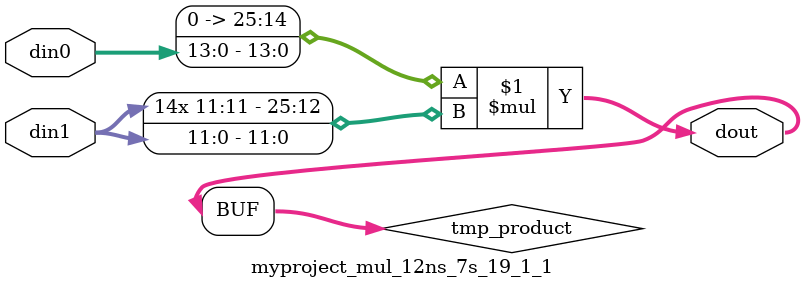
<source format=v>

`timescale 1 ns / 1 ps

 module myproject_mul_12ns_7s_19_1_1(din0, din1, dout);
parameter ID = 1;
parameter NUM_STAGE = 0;
parameter din0_WIDTH = 14;
parameter din1_WIDTH = 12;
parameter dout_WIDTH = 26;

input [din0_WIDTH - 1 : 0] din0; 
input [din1_WIDTH - 1 : 0] din1; 
output [dout_WIDTH - 1 : 0] dout;

wire signed [dout_WIDTH - 1 : 0] tmp_product;

























assign tmp_product = $signed({1'b0, din0}) * $signed(din1);










assign dout = tmp_product;





















endmodule

</source>
